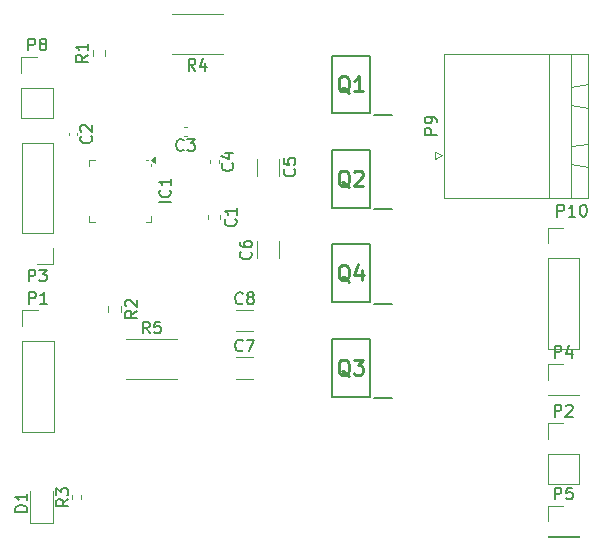
<source format=gbr>
%TF.GenerationSoftware,KiCad,Pcbnew,8.0.5*%
%TF.CreationDate,2024-10-31T12:59:41-07:00*%
%TF.ProjectId,team6_pcb,7465616d-365f-4706-9362-2e6b69636164,rev?*%
%TF.SameCoordinates,Original*%
%TF.FileFunction,Legend,Top*%
%TF.FilePolarity,Positive*%
%FSLAX46Y46*%
G04 Gerber Fmt 4.6, Leading zero omitted, Abs format (unit mm)*
G04 Created by KiCad (PCBNEW 8.0.5) date 2024-10-31 12:59:41*
%MOMM*%
%LPD*%
G01*
G04 APERTURE LIST*
%ADD10C,0.150000*%
%ADD11C,0.254000*%
%ADD12C,0.120000*%
%ADD13C,0.200000*%
G04 APERTURE END LIST*
D10*
X109066069Y-114114166D02*
X108589878Y-114447499D01*
X109066069Y-114685594D02*
X108066069Y-114685594D01*
X108066069Y-114685594D02*
X108066069Y-114304642D01*
X108066069Y-114304642D02*
X108113688Y-114209404D01*
X108113688Y-114209404D02*
X108161307Y-114161785D01*
X108161307Y-114161785D02*
X108256545Y-114114166D01*
X108256545Y-114114166D02*
X108399402Y-114114166D01*
X108399402Y-114114166D02*
X108494640Y-114161785D01*
X108494640Y-114161785D02*
X108542259Y-114209404D01*
X108542259Y-114209404D02*
X108589878Y-114304642D01*
X108589878Y-114304642D02*
X108589878Y-114685594D01*
X108066069Y-113780832D02*
X108066069Y-113161785D01*
X108066069Y-113161785D02*
X108447021Y-113495118D01*
X108447021Y-113495118D02*
X108447021Y-113352261D01*
X108447021Y-113352261D02*
X108494640Y-113257023D01*
X108494640Y-113257023D02*
X108542259Y-113209404D01*
X108542259Y-113209404D02*
X108637497Y-113161785D01*
X108637497Y-113161785D02*
X108875592Y-113161785D01*
X108875592Y-113161785D02*
X108970830Y-113209404D01*
X108970830Y-113209404D02*
X109018450Y-113257023D01*
X109018450Y-113257023D02*
X109066069Y-113352261D01*
X109066069Y-113352261D02*
X109066069Y-113637975D01*
X109066069Y-113637975D02*
X109018450Y-113733213D01*
X109018450Y-113733213D02*
X108970830Y-113780832D01*
X140254819Y-83238094D02*
X139254819Y-83238094D01*
X139254819Y-83238094D02*
X139254819Y-82857142D01*
X139254819Y-82857142D02*
X139302438Y-82761904D01*
X139302438Y-82761904D02*
X139350057Y-82714285D01*
X139350057Y-82714285D02*
X139445295Y-82666666D01*
X139445295Y-82666666D02*
X139588152Y-82666666D01*
X139588152Y-82666666D02*
X139683390Y-82714285D01*
X139683390Y-82714285D02*
X139731009Y-82761904D01*
X139731009Y-82761904D02*
X139778628Y-82857142D01*
X139778628Y-82857142D02*
X139778628Y-83238094D01*
X140254819Y-82190475D02*
X140254819Y-81999999D01*
X140254819Y-81999999D02*
X140207200Y-81904761D01*
X140207200Y-81904761D02*
X140159580Y-81857142D01*
X140159580Y-81857142D02*
X140016723Y-81761904D01*
X140016723Y-81761904D02*
X139826247Y-81714285D01*
X139826247Y-81714285D02*
X139445295Y-81714285D01*
X139445295Y-81714285D02*
X139350057Y-81761904D01*
X139350057Y-81761904D02*
X139302438Y-81809523D01*
X139302438Y-81809523D02*
X139254819Y-81904761D01*
X139254819Y-81904761D02*
X139254819Y-82095237D01*
X139254819Y-82095237D02*
X139302438Y-82190475D01*
X139302438Y-82190475D02*
X139350057Y-82238094D01*
X139350057Y-82238094D02*
X139445295Y-82285713D01*
X139445295Y-82285713D02*
X139683390Y-82285713D01*
X139683390Y-82285713D02*
X139778628Y-82238094D01*
X139778628Y-82238094D02*
X139826247Y-82190475D01*
X139826247Y-82190475D02*
X139873866Y-82095237D01*
X139873866Y-82095237D02*
X139873866Y-81904761D01*
X139873866Y-81904761D02*
X139826247Y-81809523D01*
X139826247Y-81809523D02*
X139778628Y-81761904D01*
X139778628Y-81761904D02*
X139683390Y-81714285D01*
X123833333Y-97509580D02*
X123785714Y-97557200D01*
X123785714Y-97557200D02*
X123642857Y-97604819D01*
X123642857Y-97604819D02*
X123547619Y-97604819D01*
X123547619Y-97604819D02*
X123404762Y-97557200D01*
X123404762Y-97557200D02*
X123309524Y-97461961D01*
X123309524Y-97461961D02*
X123261905Y-97366723D01*
X123261905Y-97366723D02*
X123214286Y-97176247D01*
X123214286Y-97176247D02*
X123214286Y-97033390D01*
X123214286Y-97033390D02*
X123261905Y-96842914D01*
X123261905Y-96842914D02*
X123309524Y-96747676D01*
X123309524Y-96747676D02*
X123404762Y-96652438D01*
X123404762Y-96652438D02*
X123547619Y-96604819D01*
X123547619Y-96604819D02*
X123642857Y-96604819D01*
X123642857Y-96604819D02*
X123785714Y-96652438D01*
X123785714Y-96652438D02*
X123833333Y-96700057D01*
X124404762Y-97033390D02*
X124309524Y-96985771D01*
X124309524Y-96985771D02*
X124261905Y-96938152D01*
X124261905Y-96938152D02*
X124214286Y-96842914D01*
X124214286Y-96842914D02*
X124214286Y-96795295D01*
X124214286Y-96795295D02*
X124261905Y-96700057D01*
X124261905Y-96700057D02*
X124309524Y-96652438D01*
X124309524Y-96652438D02*
X124404762Y-96604819D01*
X124404762Y-96604819D02*
X124595238Y-96604819D01*
X124595238Y-96604819D02*
X124690476Y-96652438D01*
X124690476Y-96652438D02*
X124738095Y-96700057D01*
X124738095Y-96700057D02*
X124785714Y-96795295D01*
X124785714Y-96795295D02*
X124785714Y-96842914D01*
X124785714Y-96842914D02*
X124738095Y-96938152D01*
X124738095Y-96938152D02*
X124690476Y-96985771D01*
X124690476Y-96985771D02*
X124595238Y-97033390D01*
X124595238Y-97033390D02*
X124404762Y-97033390D01*
X124404762Y-97033390D02*
X124309524Y-97081009D01*
X124309524Y-97081009D02*
X124261905Y-97128628D01*
X124261905Y-97128628D02*
X124214286Y-97223866D01*
X124214286Y-97223866D02*
X124214286Y-97414342D01*
X124214286Y-97414342D02*
X124261905Y-97509580D01*
X124261905Y-97509580D02*
X124309524Y-97557200D01*
X124309524Y-97557200D02*
X124404762Y-97604819D01*
X124404762Y-97604819D02*
X124595238Y-97604819D01*
X124595238Y-97604819D02*
X124690476Y-97557200D01*
X124690476Y-97557200D02*
X124738095Y-97509580D01*
X124738095Y-97509580D02*
X124785714Y-97414342D01*
X124785714Y-97414342D02*
X124785714Y-97223866D01*
X124785714Y-97223866D02*
X124738095Y-97128628D01*
X124738095Y-97128628D02*
X124690476Y-97081009D01*
X124690476Y-97081009D02*
X124595238Y-97033390D01*
D11*
X132879047Y-103695270D02*
X132758095Y-103634794D01*
X132758095Y-103634794D02*
X132637142Y-103513842D01*
X132637142Y-103513842D02*
X132455714Y-103332413D01*
X132455714Y-103332413D02*
X132334761Y-103271937D01*
X132334761Y-103271937D02*
X132213809Y-103271937D01*
X132274285Y-103574318D02*
X132153333Y-103513842D01*
X132153333Y-103513842D02*
X132032380Y-103392889D01*
X132032380Y-103392889D02*
X131971904Y-103150984D01*
X131971904Y-103150984D02*
X131971904Y-102727651D01*
X131971904Y-102727651D02*
X132032380Y-102485746D01*
X132032380Y-102485746D02*
X132153333Y-102364794D01*
X132153333Y-102364794D02*
X132274285Y-102304318D01*
X132274285Y-102304318D02*
X132516190Y-102304318D01*
X132516190Y-102304318D02*
X132637142Y-102364794D01*
X132637142Y-102364794D02*
X132758095Y-102485746D01*
X132758095Y-102485746D02*
X132818571Y-102727651D01*
X132818571Y-102727651D02*
X132818571Y-103150984D01*
X132818571Y-103150984D02*
X132758095Y-103392889D01*
X132758095Y-103392889D02*
X132637142Y-103513842D01*
X132637142Y-103513842D02*
X132516190Y-103574318D01*
X132516190Y-103574318D02*
X132274285Y-103574318D01*
X133241904Y-102304318D02*
X134028095Y-102304318D01*
X134028095Y-102304318D02*
X133604761Y-102788127D01*
X133604761Y-102788127D02*
X133786190Y-102788127D01*
X133786190Y-102788127D02*
X133907142Y-102848603D01*
X133907142Y-102848603D02*
X133967618Y-102909080D01*
X133967618Y-102909080D02*
X134028095Y-103030032D01*
X134028095Y-103030032D02*
X134028095Y-103332413D01*
X134028095Y-103332413D02*
X133967618Y-103453365D01*
X133967618Y-103453365D02*
X133907142Y-103513842D01*
X133907142Y-103513842D02*
X133786190Y-103574318D01*
X133786190Y-103574318D02*
X133423333Y-103574318D01*
X133423333Y-103574318D02*
X133302380Y-103513842D01*
X133302380Y-103513842D02*
X133241904Y-103453365D01*
D10*
X115958333Y-100084819D02*
X115625000Y-99608628D01*
X115386905Y-100084819D02*
X115386905Y-99084819D01*
X115386905Y-99084819D02*
X115767857Y-99084819D01*
X115767857Y-99084819D02*
X115863095Y-99132438D01*
X115863095Y-99132438D02*
X115910714Y-99180057D01*
X115910714Y-99180057D02*
X115958333Y-99275295D01*
X115958333Y-99275295D02*
X115958333Y-99418152D01*
X115958333Y-99418152D02*
X115910714Y-99513390D01*
X115910714Y-99513390D02*
X115863095Y-99561009D01*
X115863095Y-99561009D02*
X115767857Y-99608628D01*
X115767857Y-99608628D02*
X115386905Y-99608628D01*
X116863095Y-99084819D02*
X116386905Y-99084819D01*
X116386905Y-99084819D02*
X116339286Y-99561009D01*
X116339286Y-99561009D02*
X116386905Y-99513390D01*
X116386905Y-99513390D02*
X116482143Y-99465771D01*
X116482143Y-99465771D02*
X116720238Y-99465771D01*
X116720238Y-99465771D02*
X116815476Y-99513390D01*
X116815476Y-99513390D02*
X116863095Y-99561009D01*
X116863095Y-99561009D02*
X116910714Y-99656247D01*
X116910714Y-99656247D02*
X116910714Y-99894342D01*
X116910714Y-99894342D02*
X116863095Y-99989580D01*
X116863095Y-99989580D02*
X116815476Y-100037200D01*
X116815476Y-100037200D02*
X116720238Y-100084819D01*
X116720238Y-100084819D02*
X116482143Y-100084819D01*
X116482143Y-100084819D02*
X116386905Y-100037200D01*
X116386905Y-100037200D02*
X116339286Y-99989580D01*
X105699405Y-76124819D02*
X105699405Y-75124819D01*
X105699405Y-75124819D02*
X106080357Y-75124819D01*
X106080357Y-75124819D02*
X106175595Y-75172438D01*
X106175595Y-75172438D02*
X106223214Y-75220057D01*
X106223214Y-75220057D02*
X106270833Y-75315295D01*
X106270833Y-75315295D02*
X106270833Y-75458152D01*
X106270833Y-75458152D02*
X106223214Y-75553390D01*
X106223214Y-75553390D02*
X106175595Y-75601009D01*
X106175595Y-75601009D02*
X106080357Y-75648628D01*
X106080357Y-75648628D02*
X105699405Y-75648628D01*
X106842262Y-75553390D02*
X106747024Y-75505771D01*
X106747024Y-75505771D02*
X106699405Y-75458152D01*
X106699405Y-75458152D02*
X106651786Y-75362914D01*
X106651786Y-75362914D02*
X106651786Y-75315295D01*
X106651786Y-75315295D02*
X106699405Y-75220057D01*
X106699405Y-75220057D02*
X106747024Y-75172438D01*
X106747024Y-75172438D02*
X106842262Y-75124819D01*
X106842262Y-75124819D02*
X107032738Y-75124819D01*
X107032738Y-75124819D02*
X107127976Y-75172438D01*
X107127976Y-75172438D02*
X107175595Y-75220057D01*
X107175595Y-75220057D02*
X107223214Y-75315295D01*
X107223214Y-75315295D02*
X107223214Y-75362914D01*
X107223214Y-75362914D02*
X107175595Y-75458152D01*
X107175595Y-75458152D02*
X107127976Y-75505771D01*
X107127976Y-75505771D02*
X107032738Y-75553390D01*
X107032738Y-75553390D02*
X106842262Y-75553390D01*
X106842262Y-75553390D02*
X106747024Y-75601009D01*
X106747024Y-75601009D02*
X106699405Y-75648628D01*
X106699405Y-75648628D02*
X106651786Y-75743866D01*
X106651786Y-75743866D02*
X106651786Y-75934342D01*
X106651786Y-75934342D02*
X106699405Y-76029580D01*
X106699405Y-76029580D02*
X106747024Y-76077200D01*
X106747024Y-76077200D02*
X106842262Y-76124819D01*
X106842262Y-76124819D02*
X107032738Y-76124819D01*
X107032738Y-76124819D02*
X107127976Y-76077200D01*
X107127976Y-76077200D02*
X107175595Y-76029580D01*
X107175595Y-76029580D02*
X107223214Y-75934342D01*
X107223214Y-75934342D02*
X107223214Y-75743866D01*
X107223214Y-75743866D02*
X107175595Y-75648628D01*
X107175595Y-75648628D02*
X107127976Y-75601009D01*
X107127976Y-75601009D02*
X107032738Y-75553390D01*
D11*
X132879047Y-95695270D02*
X132758095Y-95634794D01*
X132758095Y-95634794D02*
X132637142Y-95513842D01*
X132637142Y-95513842D02*
X132455714Y-95332413D01*
X132455714Y-95332413D02*
X132334761Y-95271937D01*
X132334761Y-95271937D02*
X132213809Y-95271937D01*
X132274285Y-95574318D02*
X132153333Y-95513842D01*
X132153333Y-95513842D02*
X132032380Y-95392889D01*
X132032380Y-95392889D02*
X131971904Y-95150984D01*
X131971904Y-95150984D02*
X131971904Y-94727651D01*
X131971904Y-94727651D02*
X132032380Y-94485746D01*
X132032380Y-94485746D02*
X132153333Y-94364794D01*
X132153333Y-94364794D02*
X132274285Y-94304318D01*
X132274285Y-94304318D02*
X132516190Y-94304318D01*
X132516190Y-94304318D02*
X132637142Y-94364794D01*
X132637142Y-94364794D02*
X132758095Y-94485746D01*
X132758095Y-94485746D02*
X132818571Y-94727651D01*
X132818571Y-94727651D02*
X132818571Y-95150984D01*
X132818571Y-95150984D02*
X132758095Y-95392889D01*
X132758095Y-95392889D02*
X132637142Y-95513842D01*
X132637142Y-95513842D02*
X132516190Y-95574318D01*
X132516190Y-95574318D02*
X132274285Y-95574318D01*
X133907142Y-94727651D02*
X133907142Y-95574318D01*
X133604761Y-94243842D02*
X133302380Y-95150984D01*
X133302380Y-95150984D02*
X134088571Y-95150984D01*
X132879047Y-79695270D02*
X132758095Y-79634794D01*
X132758095Y-79634794D02*
X132637142Y-79513842D01*
X132637142Y-79513842D02*
X132455714Y-79332413D01*
X132455714Y-79332413D02*
X132334761Y-79271937D01*
X132334761Y-79271937D02*
X132213809Y-79271937D01*
X132274285Y-79574318D02*
X132153333Y-79513842D01*
X132153333Y-79513842D02*
X132032380Y-79392889D01*
X132032380Y-79392889D02*
X131971904Y-79150984D01*
X131971904Y-79150984D02*
X131971904Y-78727651D01*
X131971904Y-78727651D02*
X132032380Y-78485746D01*
X132032380Y-78485746D02*
X132153333Y-78364794D01*
X132153333Y-78364794D02*
X132274285Y-78304318D01*
X132274285Y-78304318D02*
X132516190Y-78304318D01*
X132516190Y-78304318D02*
X132637142Y-78364794D01*
X132637142Y-78364794D02*
X132758095Y-78485746D01*
X132758095Y-78485746D02*
X132818571Y-78727651D01*
X132818571Y-78727651D02*
X132818571Y-79150984D01*
X132818571Y-79150984D02*
X132758095Y-79392889D01*
X132758095Y-79392889D02*
X132637142Y-79513842D01*
X132637142Y-79513842D02*
X132516190Y-79574318D01*
X132516190Y-79574318D02*
X132274285Y-79574318D01*
X134028095Y-79574318D02*
X133302380Y-79574318D01*
X133665237Y-79574318D02*
X133665237Y-78304318D01*
X133665237Y-78304318D02*
X133544285Y-78485746D01*
X133544285Y-78485746D02*
X133423333Y-78606699D01*
X133423333Y-78606699D02*
X133302380Y-78667175D01*
D10*
X150261905Y-107124819D02*
X150261905Y-106124819D01*
X150261905Y-106124819D02*
X150642857Y-106124819D01*
X150642857Y-106124819D02*
X150738095Y-106172438D01*
X150738095Y-106172438D02*
X150785714Y-106220057D01*
X150785714Y-106220057D02*
X150833333Y-106315295D01*
X150833333Y-106315295D02*
X150833333Y-106458152D01*
X150833333Y-106458152D02*
X150785714Y-106553390D01*
X150785714Y-106553390D02*
X150738095Y-106601009D01*
X150738095Y-106601009D02*
X150642857Y-106648628D01*
X150642857Y-106648628D02*
X150261905Y-106648628D01*
X151214286Y-106220057D02*
X151261905Y-106172438D01*
X151261905Y-106172438D02*
X151357143Y-106124819D01*
X151357143Y-106124819D02*
X151595238Y-106124819D01*
X151595238Y-106124819D02*
X151690476Y-106172438D01*
X151690476Y-106172438D02*
X151738095Y-106220057D01*
X151738095Y-106220057D02*
X151785714Y-106315295D01*
X151785714Y-106315295D02*
X151785714Y-106410533D01*
X151785714Y-106410533D02*
X151738095Y-106553390D01*
X151738095Y-106553390D02*
X151166667Y-107124819D01*
X151166667Y-107124819D02*
X151785714Y-107124819D01*
X105586069Y-115175594D02*
X104586069Y-115175594D01*
X104586069Y-115175594D02*
X104586069Y-114937499D01*
X104586069Y-114937499D02*
X104633688Y-114794642D01*
X104633688Y-114794642D02*
X104728926Y-114699404D01*
X104728926Y-114699404D02*
X104824164Y-114651785D01*
X104824164Y-114651785D02*
X105014640Y-114604166D01*
X105014640Y-114604166D02*
X105157497Y-114604166D01*
X105157497Y-114604166D02*
X105347973Y-114651785D01*
X105347973Y-114651785D02*
X105443211Y-114699404D01*
X105443211Y-114699404D02*
X105538450Y-114794642D01*
X105538450Y-114794642D02*
X105586069Y-114937499D01*
X105586069Y-114937499D02*
X105586069Y-115175594D01*
X105586069Y-113651785D02*
X105586069Y-114223213D01*
X105586069Y-113937499D02*
X104586069Y-113937499D01*
X104586069Y-113937499D02*
X104728926Y-114032737D01*
X104728926Y-114032737D02*
X104824164Y-114127975D01*
X104824164Y-114127975D02*
X104871783Y-114223213D01*
X124509580Y-93166666D02*
X124557200Y-93214285D01*
X124557200Y-93214285D02*
X124604819Y-93357142D01*
X124604819Y-93357142D02*
X124604819Y-93452380D01*
X124604819Y-93452380D02*
X124557200Y-93595237D01*
X124557200Y-93595237D02*
X124461961Y-93690475D01*
X124461961Y-93690475D02*
X124366723Y-93738094D01*
X124366723Y-93738094D02*
X124176247Y-93785713D01*
X124176247Y-93785713D02*
X124033390Y-93785713D01*
X124033390Y-93785713D02*
X123842914Y-93738094D01*
X123842914Y-93738094D02*
X123747676Y-93690475D01*
X123747676Y-93690475D02*
X123652438Y-93595237D01*
X123652438Y-93595237D02*
X123604819Y-93452380D01*
X123604819Y-93452380D02*
X123604819Y-93357142D01*
X123604819Y-93357142D02*
X123652438Y-93214285D01*
X123652438Y-93214285D02*
X123700057Y-93166666D01*
X123604819Y-92309523D02*
X123604819Y-92499999D01*
X123604819Y-92499999D02*
X123652438Y-92595237D01*
X123652438Y-92595237D02*
X123700057Y-92642856D01*
X123700057Y-92642856D02*
X123842914Y-92738094D01*
X123842914Y-92738094D02*
X124033390Y-92785713D01*
X124033390Y-92785713D02*
X124414342Y-92785713D01*
X124414342Y-92785713D02*
X124509580Y-92738094D01*
X124509580Y-92738094D02*
X124557200Y-92690475D01*
X124557200Y-92690475D02*
X124604819Y-92595237D01*
X124604819Y-92595237D02*
X124604819Y-92404761D01*
X124604819Y-92404761D02*
X124557200Y-92309523D01*
X124557200Y-92309523D02*
X124509580Y-92261904D01*
X124509580Y-92261904D02*
X124414342Y-92214285D01*
X124414342Y-92214285D02*
X124176247Y-92214285D01*
X124176247Y-92214285D02*
X124081009Y-92261904D01*
X124081009Y-92261904D02*
X124033390Y-92309523D01*
X124033390Y-92309523D02*
X123985771Y-92404761D01*
X123985771Y-92404761D02*
X123985771Y-92595237D01*
X123985771Y-92595237D02*
X124033390Y-92690475D01*
X124033390Y-92690475D02*
X124081009Y-92738094D01*
X124081009Y-92738094D02*
X124176247Y-92785713D01*
X110993580Y-83377066D02*
X111041200Y-83424685D01*
X111041200Y-83424685D02*
X111088819Y-83567542D01*
X111088819Y-83567542D02*
X111088819Y-83662780D01*
X111088819Y-83662780D02*
X111041200Y-83805637D01*
X111041200Y-83805637D02*
X110945961Y-83900875D01*
X110945961Y-83900875D02*
X110850723Y-83948494D01*
X110850723Y-83948494D02*
X110660247Y-83996113D01*
X110660247Y-83996113D02*
X110517390Y-83996113D01*
X110517390Y-83996113D02*
X110326914Y-83948494D01*
X110326914Y-83948494D02*
X110231676Y-83900875D01*
X110231676Y-83900875D02*
X110136438Y-83805637D01*
X110136438Y-83805637D02*
X110088819Y-83662780D01*
X110088819Y-83662780D02*
X110088819Y-83567542D01*
X110088819Y-83567542D02*
X110136438Y-83424685D01*
X110136438Y-83424685D02*
X110184057Y-83377066D01*
X110184057Y-82996113D02*
X110136438Y-82948494D01*
X110136438Y-82948494D02*
X110088819Y-82853256D01*
X110088819Y-82853256D02*
X110088819Y-82615161D01*
X110088819Y-82615161D02*
X110136438Y-82519923D01*
X110136438Y-82519923D02*
X110184057Y-82472304D01*
X110184057Y-82472304D02*
X110279295Y-82424685D01*
X110279295Y-82424685D02*
X110374533Y-82424685D01*
X110374533Y-82424685D02*
X110517390Y-82472304D01*
X110517390Y-82472304D02*
X111088819Y-83043732D01*
X111088819Y-83043732D02*
X111088819Y-82424685D01*
X105713305Y-95672619D02*
X105713305Y-94672619D01*
X105713305Y-94672619D02*
X106094257Y-94672619D01*
X106094257Y-94672619D02*
X106189495Y-94720238D01*
X106189495Y-94720238D02*
X106237114Y-94767857D01*
X106237114Y-94767857D02*
X106284733Y-94863095D01*
X106284733Y-94863095D02*
X106284733Y-95005952D01*
X106284733Y-95005952D02*
X106237114Y-95101190D01*
X106237114Y-95101190D02*
X106189495Y-95148809D01*
X106189495Y-95148809D02*
X106094257Y-95196428D01*
X106094257Y-95196428D02*
X105713305Y-95196428D01*
X106618067Y-94672619D02*
X107237114Y-94672619D01*
X107237114Y-94672619D02*
X106903781Y-95053571D01*
X106903781Y-95053571D02*
X107046638Y-95053571D01*
X107046638Y-95053571D02*
X107141876Y-95101190D01*
X107141876Y-95101190D02*
X107189495Y-95148809D01*
X107189495Y-95148809D02*
X107237114Y-95244047D01*
X107237114Y-95244047D02*
X107237114Y-95482142D01*
X107237114Y-95482142D02*
X107189495Y-95577380D01*
X107189495Y-95577380D02*
X107141876Y-95625000D01*
X107141876Y-95625000D02*
X107046638Y-95672619D01*
X107046638Y-95672619D02*
X106760924Y-95672619D01*
X106760924Y-95672619D02*
X106665686Y-95625000D01*
X106665686Y-95625000D02*
X106618067Y-95577380D01*
X122957080Y-85686666D02*
X123004700Y-85734285D01*
X123004700Y-85734285D02*
X123052319Y-85877142D01*
X123052319Y-85877142D02*
X123052319Y-85972380D01*
X123052319Y-85972380D02*
X123004700Y-86115237D01*
X123004700Y-86115237D02*
X122909461Y-86210475D01*
X122909461Y-86210475D02*
X122814223Y-86258094D01*
X122814223Y-86258094D02*
X122623747Y-86305713D01*
X122623747Y-86305713D02*
X122480890Y-86305713D01*
X122480890Y-86305713D02*
X122290414Y-86258094D01*
X122290414Y-86258094D02*
X122195176Y-86210475D01*
X122195176Y-86210475D02*
X122099938Y-86115237D01*
X122099938Y-86115237D02*
X122052319Y-85972380D01*
X122052319Y-85972380D02*
X122052319Y-85877142D01*
X122052319Y-85877142D02*
X122099938Y-85734285D01*
X122099938Y-85734285D02*
X122147557Y-85686666D01*
X122385652Y-84829523D02*
X123052319Y-84829523D01*
X122004700Y-85067618D02*
X122718985Y-85305713D01*
X122718985Y-85305713D02*
X122718985Y-84686666D01*
X110708619Y-76493666D02*
X110232428Y-76826999D01*
X110708619Y-77065094D02*
X109708619Y-77065094D01*
X109708619Y-77065094D02*
X109708619Y-76684142D01*
X109708619Y-76684142D02*
X109756238Y-76588904D01*
X109756238Y-76588904D02*
X109803857Y-76541285D01*
X109803857Y-76541285D02*
X109899095Y-76493666D01*
X109899095Y-76493666D02*
X110041952Y-76493666D01*
X110041952Y-76493666D02*
X110137190Y-76541285D01*
X110137190Y-76541285D02*
X110184809Y-76588904D01*
X110184809Y-76588904D02*
X110232428Y-76684142D01*
X110232428Y-76684142D02*
X110232428Y-77065094D01*
X110708619Y-75541285D02*
X110708619Y-76112713D01*
X110708619Y-75826999D02*
X109708619Y-75826999D01*
X109708619Y-75826999D02*
X109851476Y-75922237D01*
X109851476Y-75922237D02*
X109946714Y-76017475D01*
X109946714Y-76017475D02*
X109994333Y-76112713D01*
X150485714Y-90184819D02*
X150485714Y-89184819D01*
X150485714Y-89184819D02*
X150866666Y-89184819D01*
X150866666Y-89184819D02*
X150961904Y-89232438D01*
X150961904Y-89232438D02*
X151009523Y-89280057D01*
X151009523Y-89280057D02*
X151057142Y-89375295D01*
X151057142Y-89375295D02*
X151057142Y-89518152D01*
X151057142Y-89518152D02*
X151009523Y-89613390D01*
X151009523Y-89613390D02*
X150961904Y-89661009D01*
X150961904Y-89661009D02*
X150866666Y-89708628D01*
X150866666Y-89708628D02*
X150485714Y-89708628D01*
X152009523Y-90184819D02*
X151438095Y-90184819D01*
X151723809Y-90184819D02*
X151723809Y-89184819D01*
X151723809Y-89184819D02*
X151628571Y-89327676D01*
X151628571Y-89327676D02*
X151533333Y-89422914D01*
X151533333Y-89422914D02*
X151438095Y-89470533D01*
X152628571Y-89184819D02*
X152723809Y-89184819D01*
X152723809Y-89184819D02*
X152819047Y-89232438D01*
X152819047Y-89232438D02*
X152866666Y-89280057D01*
X152866666Y-89280057D02*
X152914285Y-89375295D01*
X152914285Y-89375295D02*
X152961904Y-89565771D01*
X152961904Y-89565771D02*
X152961904Y-89803866D01*
X152961904Y-89803866D02*
X152914285Y-89994342D01*
X152914285Y-89994342D02*
X152866666Y-90089580D01*
X152866666Y-90089580D02*
X152819047Y-90137200D01*
X152819047Y-90137200D02*
X152723809Y-90184819D01*
X152723809Y-90184819D02*
X152628571Y-90184819D01*
X152628571Y-90184819D02*
X152533333Y-90137200D01*
X152533333Y-90137200D02*
X152485714Y-90089580D01*
X152485714Y-90089580D02*
X152438095Y-89994342D01*
X152438095Y-89994342D02*
X152390476Y-89803866D01*
X152390476Y-89803866D02*
X152390476Y-89565771D01*
X152390476Y-89565771D02*
X152438095Y-89375295D01*
X152438095Y-89375295D02*
X152485714Y-89280057D01*
X152485714Y-89280057D02*
X152533333Y-89232438D01*
X152533333Y-89232438D02*
X152628571Y-89184819D01*
X150261905Y-114124819D02*
X150261905Y-113124819D01*
X150261905Y-113124819D02*
X150642857Y-113124819D01*
X150642857Y-113124819D02*
X150738095Y-113172438D01*
X150738095Y-113172438D02*
X150785714Y-113220057D01*
X150785714Y-113220057D02*
X150833333Y-113315295D01*
X150833333Y-113315295D02*
X150833333Y-113458152D01*
X150833333Y-113458152D02*
X150785714Y-113553390D01*
X150785714Y-113553390D02*
X150738095Y-113601009D01*
X150738095Y-113601009D02*
X150642857Y-113648628D01*
X150642857Y-113648628D02*
X150261905Y-113648628D01*
X151738095Y-113124819D02*
X151261905Y-113124819D01*
X151261905Y-113124819D02*
X151214286Y-113601009D01*
X151214286Y-113601009D02*
X151261905Y-113553390D01*
X151261905Y-113553390D02*
X151357143Y-113505771D01*
X151357143Y-113505771D02*
X151595238Y-113505771D01*
X151595238Y-113505771D02*
X151690476Y-113553390D01*
X151690476Y-113553390D02*
X151738095Y-113601009D01*
X151738095Y-113601009D02*
X151785714Y-113696247D01*
X151785714Y-113696247D02*
X151785714Y-113934342D01*
X151785714Y-113934342D02*
X151738095Y-114029580D01*
X151738095Y-114029580D02*
X151690476Y-114077200D01*
X151690476Y-114077200D02*
X151595238Y-114124819D01*
X151595238Y-114124819D02*
X151357143Y-114124819D01*
X151357143Y-114124819D02*
X151261905Y-114077200D01*
X151261905Y-114077200D02*
X151214286Y-114029580D01*
X118833333Y-84519580D02*
X118785714Y-84567200D01*
X118785714Y-84567200D02*
X118642857Y-84614819D01*
X118642857Y-84614819D02*
X118547619Y-84614819D01*
X118547619Y-84614819D02*
X118404762Y-84567200D01*
X118404762Y-84567200D02*
X118309524Y-84471961D01*
X118309524Y-84471961D02*
X118261905Y-84376723D01*
X118261905Y-84376723D02*
X118214286Y-84186247D01*
X118214286Y-84186247D02*
X118214286Y-84043390D01*
X118214286Y-84043390D02*
X118261905Y-83852914D01*
X118261905Y-83852914D02*
X118309524Y-83757676D01*
X118309524Y-83757676D02*
X118404762Y-83662438D01*
X118404762Y-83662438D02*
X118547619Y-83614819D01*
X118547619Y-83614819D02*
X118642857Y-83614819D01*
X118642857Y-83614819D02*
X118785714Y-83662438D01*
X118785714Y-83662438D02*
X118833333Y-83710057D01*
X119166667Y-83614819D02*
X119785714Y-83614819D01*
X119785714Y-83614819D02*
X119452381Y-83995771D01*
X119452381Y-83995771D02*
X119595238Y-83995771D01*
X119595238Y-83995771D02*
X119690476Y-84043390D01*
X119690476Y-84043390D02*
X119738095Y-84091009D01*
X119738095Y-84091009D02*
X119785714Y-84186247D01*
X119785714Y-84186247D02*
X119785714Y-84424342D01*
X119785714Y-84424342D02*
X119738095Y-84519580D01*
X119738095Y-84519580D02*
X119690476Y-84567200D01*
X119690476Y-84567200D02*
X119595238Y-84614819D01*
X119595238Y-84614819D02*
X119309524Y-84614819D01*
X119309524Y-84614819D02*
X119214286Y-84567200D01*
X119214286Y-84567200D02*
X119166667Y-84519580D01*
X123227080Y-90391666D02*
X123274700Y-90439285D01*
X123274700Y-90439285D02*
X123322319Y-90582142D01*
X123322319Y-90582142D02*
X123322319Y-90677380D01*
X123322319Y-90677380D02*
X123274700Y-90820237D01*
X123274700Y-90820237D02*
X123179461Y-90915475D01*
X123179461Y-90915475D02*
X123084223Y-90963094D01*
X123084223Y-90963094D02*
X122893747Y-91010713D01*
X122893747Y-91010713D02*
X122750890Y-91010713D01*
X122750890Y-91010713D02*
X122560414Y-90963094D01*
X122560414Y-90963094D02*
X122465176Y-90915475D01*
X122465176Y-90915475D02*
X122369938Y-90820237D01*
X122369938Y-90820237D02*
X122322319Y-90677380D01*
X122322319Y-90677380D02*
X122322319Y-90582142D01*
X122322319Y-90582142D02*
X122369938Y-90439285D01*
X122369938Y-90439285D02*
X122417557Y-90391666D01*
X123322319Y-89439285D02*
X123322319Y-90010713D01*
X123322319Y-89724999D02*
X122322319Y-89724999D01*
X122322319Y-89724999D02*
X122465176Y-89820237D01*
X122465176Y-89820237D02*
X122560414Y-89915475D01*
X122560414Y-89915475D02*
X122608033Y-90010713D01*
X123833333Y-101509580D02*
X123785714Y-101557200D01*
X123785714Y-101557200D02*
X123642857Y-101604819D01*
X123642857Y-101604819D02*
X123547619Y-101604819D01*
X123547619Y-101604819D02*
X123404762Y-101557200D01*
X123404762Y-101557200D02*
X123309524Y-101461961D01*
X123309524Y-101461961D02*
X123261905Y-101366723D01*
X123261905Y-101366723D02*
X123214286Y-101176247D01*
X123214286Y-101176247D02*
X123214286Y-101033390D01*
X123214286Y-101033390D02*
X123261905Y-100842914D01*
X123261905Y-100842914D02*
X123309524Y-100747676D01*
X123309524Y-100747676D02*
X123404762Y-100652438D01*
X123404762Y-100652438D02*
X123547619Y-100604819D01*
X123547619Y-100604819D02*
X123642857Y-100604819D01*
X123642857Y-100604819D02*
X123785714Y-100652438D01*
X123785714Y-100652438D02*
X123833333Y-100700057D01*
X124166667Y-100604819D02*
X124833333Y-100604819D01*
X124833333Y-100604819D02*
X124404762Y-101604819D01*
X150261905Y-102124819D02*
X150261905Y-101124819D01*
X150261905Y-101124819D02*
X150642857Y-101124819D01*
X150642857Y-101124819D02*
X150738095Y-101172438D01*
X150738095Y-101172438D02*
X150785714Y-101220057D01*
X150785714Y-101220057D02*
X150833333Y-101315295D01*
X150833333Y-101315295D02*
X150833333Y-101458152D01*
X150833333Y-101458152D02*
X150785714Y-101553390D01*
X150785714Y-101553390D02*
X150738095Y-101601009D01*
X150738095Y-101601009D02*
X150642857Y-101648628D01*
X150642857Y-101648628D02*
X150261905Y-101648628D01*
X151690476Y-101458152D02*
X151690476Y-102124819D01*
X151452381Y-101077200D02*
X151214286Y-101791485D01*
X151214286Y-101791485D02*
X151833333Y-101791485D01*
X128209580Y-86166666D02*
X128257200Y-86214285D01*
X128257200Y-86214285D02*
X128304819Y-86357142D01*
X128304819Y-86357142D02*
X128304819Y-86452380D01*
X128304819Y-86452380D02*
X128257200Y-86595237D01*
X128257200Y-86595237D02*
X128161961Y-86690475D01*
X128161961Y-86690475D02*
X128066723Y-86738094D01*
X128066723Y-86738094D02*
X127876247Y-86785713D01*
X127876247Y-86785713D02*
X127733390Y-86785713D01*
X127733390Y-86785713D02*
X127542914Y-86738094D01*
X127542914Y-86738094D02*
X127447676Y-86690475D01*
X127447676Y-86690475D02*
X127352438Y-86595237D01*
X127352438Y-86595237D02*
X127304819Y-86452380D01*
X127304819Y-86452380D02*
X127304819Y-86357142D01*
X127304819Y-86357142D02*
X127352438Y-86214285D01*
X127352438Y-86214285D02*
X127400057Y-86166666D01*
X127304819Y-85261904D02*
X127304819Y-85738094D01*
X127304819Y-85738094D02*
X127781009Y-85785713D01*
X127781009Y-85785713D02*
X127733390Y-85738094D01*
X127733390Y-85738094D02*
X127685771Y-85642856D01*
X127685771Y-85642856D02*
X127685771Y-85404761D01*
X127685771Y-85404761D02*
X127733390Y-85309523D01*
X127733390Y-85309523D02*
X127781009Y-85261904D01*
X127781009Y-85261904D02*
X127876247Y-85214285D01*
X127876247Y-85214285D02*
X128114342Y-85214285D01*
X128114342Y-85214285D02*
X128209580Y-85261904D01*
X128209580Y-85261904D02*
X128257200Y-85309523D01*
X128257200Y-85309523D02*
X128304819Y-85404761D01*
X128304819Y-85404761D02*
X128304819Y-85642856D01*
X128304819Y-85642856D02*
X128257200Y-85738094D01*
X128257200Y-85738094D02*
X128209580Y-85785713D01*
X105761905Y-97574819D02*
X105761905Y-96574819D01*
X105761905Y-96574819D02*
X106142857Y-96574819D01*
X106142857Y-96574819D02*
X106238095Y-96622438D01*
X106238095Y-96622438D02*
X106285714Y-96670057D01*
X106285714Y-96670057D02*
X106333333Y-96765295D01*
X106333333Y-96765295D02*
X106333333Y-96908152D01*
X106333333Y-96908152D02*
X106285714Y-97003390D01*
X106285714Y-97003390D02*
X106238095Y-97051009D01*
X106238095Y-97051009D02*
X106142857Y-97098628D01*
X106142857Y-97098628D02*
X105761905Y-97098628D01*
X107285714Y-97574819D02*
X106714286Y-97574819D01*
X107000000Y-97574819D02*
X107000000Y-96574819D01*
X107000000Y-96574819D02*
X106904762Y-96717676D01*
X106904762Y-96717676D02*
X106809524Y-96812914D01*
X106809524Y-96812914D02*
X106714286Y-96860533D01*
X114884819Y-98166666D02*
X114408628Y-98499999D01*
X114884819Y-98738094D02*
X113884819Y-98738094D01*
X113884819Y-98738094D02*
X113884819Y-98357142D01*
X113884819Y-98357142D02*
X113932438Y-98261904D01*
X113932438Y-98261904D02*
X113980057Y-98214285D01*
X113980057Y-98214285D02*
X114075295Y-98166666D01*
X114075295Y-98166666D02*
X114218152Y-98166666D01*
X114218152Y-98166666D02*
X114313390Y-98214285D01*
X114313390Y-98214285D02*
X114361009Y-98261904D01*
X114361009Y-98261904D02*
X114408628Y-98357142D01*
X114408628Y-98357142D02*
X114408628Y-98738094D01*
X113980057Y-97785713D02*
X113932438Y-97738094D01*
X113932438Y-97738094D02*
X113884819Y-97642856D01*
X113884819Y-97642856D02*
X113884819Y-97404761D01*
X113884819Y-97404761D02*
X113932438Y-97309523D01*
X113932438Y-97309523D02*
X113980057Y-97261904D01*
X113980057Y-97261904D02*
X114075295Y-97214285D01*
X114075295Y-97214285D02*
X114170533Y-97214285D01*
X114170533Y-97214285D02*
X114313390Y-97261904D01*
X114313390Y-97261904D02*
X114884819Y-97833332D01*
X114884819Y-97833332D02*
X114884819Y-97214285D01*
X117764019Y-88979189D02*
X116764019Y-88979189D01*
X117668780Y-87931571D02*
X117716400Y-87979190D01*
X117716400Y-87979190D02*
X117764019Y-88122047D01*
X117764019Y-88122047D02*
X117764019Y-88217285D01*
X117764019Y-88217285D02*
X117716400Y-88360142D01*
X117716400Y-88360142D02*
X117621161Y-88455380D01*
X117621161Y-88455380D02*
X117525923Y-88502999D01*
X117525923Y-88502999D02*
X117335447Y-88550618D01*
X117335447Y-88550618D02*
X117192590Y-88550618D01*
X117192590Y-88550618D02*
X117002114Y-88502999D01*
X117002114Y-88502999D02*
X116906876Y-88455380D01*
X116906876Y-88455380D02*
X116811638Y-88360142D01*
X116811638Y-88360142D02*
X116764019Y-88217285D01*
X116764019Y-88217285D02*
X116764019Y-88122047D01*
X116764019Y-88122047D02*
X116811638Y-87979190D01*
X116811638Y-87979190D02*
X116859257Y-87931571D01*
X117764019Y-86979190D02*
X117764019Y-87550618D01*
X117764019Y-87264904D02*
X116764019Y-87264904D01*
X116764019Y-87264904D02*
X116906876Y-87360142D01*
X116906876Y-87360142D02*
X117002114Y-87455380D01*
X117002114Y-87455380D02*
X117049733Y-87550618D01*
D11*
X132879047Y-87695270D02*
X132758095Y-87634794D01*
X132758095Y-87634794D02*
X132637142Y-87513842D01*
X132637142Y-87513842D02*
X132455714Y-87332413D01*
X132455714Y-87332413D02*
X132334761Y-87271937D01*
X132334761Y-87271937D02*
X132213809Y-87271937D01*
X132274285Y-87574318D02*
X132153333Y-87513842D01*
X132153333Y-87513842D02*
X132032380Y-87392889D01*
X132032380Y-87392889D02*
X131971904Y-87150984D01*
X131971904Y-87150984D02*
X131971904Y-86727651D01*
X131971904Y-86727651D02*
X132032380Y-86485746D01*
X132032380Y-86485746D02*
X132153333Y-86364794D01*
X132153333Y-86364794D02*
X132274285Y-86304318D01*
X132274285Y-86304318D02*
X132516190Y-86304318D01*
X132516190Y-86304318D02*
X132637142Y-86364794D01*
X132637142Y-86364794D02*
X132758095Y-86485746D01*
X132758095Y-86485746D02*
X132818571Y-86727651D01*
X132818571Y-86727651D02*
X132818571Y-87150984D01*
X132818571Y-87150984D02*
X132758095Y-87392889D01*
X132758095Y-87392889D02*
X132637142Y-87513842D01*
X132637142Y-87513842D02*
X132516190Y-87574318D01*
X132516190Y-87574318D02*
X132274285Y-87574318D01*
X133302380Y-86425270D02*
X133362856Y-86364794D01*
X133362856Y-86364794D02*
X133483809Y-86304318D01*
X133483809Y-86304318D02*
X133786190Y-86304318D01*
X133786190Y-86304318D02*
X133907142Y-86364794D01*
X133907142Y-86364794D02*
X133967618Y-86425270D01*
X133967618Y-86425270D02*
X134028095Y-86546222D01*
X134028095Y-86546222D02*
X134028095Y-86667175D01*
X134028095Y-86667175D02*
X133967618Y-86848603D01*
X133967618Y-86848603D02*
X133241904Y-87574318D01*
X133241904Y-87574318D02*
X134028095Y-87574318D01*
D10*
X119833333Y-77824819D02*
X119500000Y-77348628D01*
X119261905Y-77824819D02*
X119261905Y-76824819D01*
X119261905Y-76824819D02*
X119642857Y-76824819D01*
X119642857Y-76824819D02*
X119738095Y-76872438D01*
X119738095Y-76872438D02*
X119785714Y-76920057D01*
X119785714Y-76920057D02*
X119833333Y-77015295D01*
X119833333Y-77015295D02*
X119833333Y-77158152D01*
X119833333Y-77158152D02*
X119785714Y-77253390D01*
X119785714Y-77253390D02*
X119738095Y-77301009D01*
X119738095Y-77301009D02*
X119642857Y-77348628D01*
X119642857Y-77348628D02*
X119261905Y-77348628D01*
X120690476Y-77158152D02*
X120690476Y-77824819D01*
X120452381Y-76777200D02*
X120214286Y-77491485D01*
X120214286Y-77491485D02*
X120833333Y-77491485D01*
D12*
%TO.C,R3*%
X109401250Y-114101141D02*
X109401250Y-113793859D01*
X110161250Y-114101141D02*
X110161250Y-113793859D01*
%TO.C,P9*%
X140090000Y-84700000D02*
X140690000Y-85000000D01*
X140090000Y-85300000D02*
X140090000Y-84700000D01*
X140690000Y-85000000D02*
X140090000Y-85300000D01*
X140890000Y-76390000D02*
X140890000Y-88610000D01*
X140890000Y-88610000D02*
X153110000Y-88610000D01*
X149810000Y-76390000D02*
X151610000Y-76390000D01*
X149810000Y-88610000D02*
X149810000Y-76390000D01*
X151610000Y-76390000D02*
X151610000Y-88610000D01*
X151610000Y-79250000D02*
X151610000Y-80750000D01*
X151610000Y-80750000D02*
X153110000Y-81000000D01*
X151610000Y-84250000D02*
X151610000Y-85750000D01*
X151610000Y-85750000D02*
X153110000Y-86000000D01*
X151610000Y-88610000D02*
X149810000Y-88610000D01*
X153110000Y-76390000D02*
X140890000Y-76390000D01*
X153110000Y-79000000D02*
X151610000Y-79250000D01*
X153110000Y-81000000D02*
X153110000Y-79000000D01*
X153110000Y-84000000D02*
X151610000Y-84250000D01*
X153110000Y-86000000D02*
X153110000Y-84000000D01*
X153110000Y-88610000D02*
X153110000Y-76390000D01*
%TO.C,C8*%
X123288748Y-98090000D02*
X124711252Y-98090000D01*
X123288748Y-99910000D02*
X124711252Y-99910000D01*
D13*
%TO.C,Q3*%
X131400000Y-100550000D02*
X134600000Y-100550000D01*
X131400000Y-105450000D02*
X131400000Y-100550000D01*
X134600000Y-100550000D02*
X134600000Y-105450000D01*
X134600000Y-105450000D02*
X131400000Y-105450000D01*
X136450000Y-105555000D02*
X134950000Y-105555000D01*
D12*
%TO.C,R5*%
X113947936Y-100540000D02*
X118302064Y-100540000D01*
X113947936Y-103960000D02*
X118302064Y-103960000D01*
%TO.C,P8*%
X105107500Y-76670000D02*
X106437500Y-76670000D01*
X105107500Y-78000000D02*
X105107500Y-76670000D01*
X105107500Y-79270000D02*
X105107500Y-81870000D01*
X105107500Y-79270000D02*
X107767500Y-79270000D01*
X105107500Y-81870000D02*
X107767500Y-81870000D01*
X107767500Y-79270000D02*
X107767500Y-81870000D01*
D13*
%TO.C,Q4*%
X131400000Y-92550000D02*
X134600000Y-92550000D01*
X131400000Y-97450000D02*
X131400000Y-92550000D01*
X134600000Y-92550000D02*
X134600000Y-97450000D01*
X134600000Y-97450000D02*
X131400000Y-97450000D01*
X136450000Y-97555000D02*
X134950000Y-97555000D01*
%TO.C,Q1*%
X131400000Y-76550000D02*
X134600000Y-76550000D01*
X131400000Y-81450000D02*
X131400000Y-76550000D01*
X134600000Y-76550000D02*
X134600000Y-81450000D01*
X134600000Y-81450000D02*
X131400000Y-81450000D01*
X136450000Y-81555000D02*
X134950000Y-81555000D01*
D12*
%TO.C,P2*%
X149670000Y-107670000D02*
X151000000Y-107670000D01*
X149670000Y-109000000D02*
X149670000Y-107670000D01*
X149670000Y-110270000D02*
X149670000Y-112870000D01*
X149670000Y-110270000D02*
X152330000Y-110270000D01*
X149670000Y-112870000D02*
X152330000Y-112870000D01*
X152330000Y-110270000D02*
X152330000Y-112870000D01*
%TO.C,D1*%
X105821250Y-113437500D02*
X105821250Y-116122500D01*
X105821250Y-116122500D02*
X107741250Y-116122500D01*
X107741250Y-116122500D02*
X107741250Y-113437500D01*
%TO.C,C6*%
X125090000Y-93711252D02*
X125090000Y-92288748D01*
X126910000Y-93711252D02*
X126910000Y-92288748D01*
%TO.C,C2*%
X109114000Y-83102564D02*
X109114000Y-83318236D01*
X109834000Y-83102564D02*
X109834000Y-83318236D01*
%TO.C,P3*%
X105121400Y-91617800D02*
X105121400Y-83937800D01*
X107781400Y-83937800D02*
X105121400Y-83937800D01*
X107781400Y-91617800D02*
X105121400Y-91617800D01*
X107781400Y-91617800D02*
X107781400Y-83937800D01*
X107781400Y-92887800D02*
X107781400Y-94217800D01*
X107781400Y-94217800D02*
X106451400Y-94217800D01*
%TO.C,C4*%
X121077500Y-85412164D02*
X121077500Y-85627836D01*
X121797500Y-85412164D02*
X121797500Y-85627836D01*
%TO.C,R1*%
X111161300Y-76564258D02*
X111161300Y-76089742D01*
X112206300Y-76564258D02*
X112206300Y-76089742D01*
%TO.C,P10*%
X149670000Y-91130000D02*
X151000000Y-91130000D01*
X149670000Y-92460000D02*
X149670000Y-91130000D01*
X149670000Y-93730000D02*
X149670000Y-101410000D01*
X149670000Y-93730000D02*
X152330000Y-93730000D01*
X149670000Y-101410000D02*
X152330000Y-101410000D01*
X152330000Y-93730000D02*
X152330000Y-101410000D01*
%TO.C,P5*%
X149670000Y-114670000D02*
X151000000Y-114670000D01*
X149670000Y-116000000D02*
X149670000Y-114670000D01*
X149670000Y-117270000D02*
X149670000Y-117330000D01*
X149670000Y-117270000D02*
X152330000Y-117270000D01*
X149670000Y-117330000D02*
X152330000Y-117330000D01*
X152330000Y-117270000D02*
X152330000Y-117330000D01*
%TO.C,C3*%
X119107836Y-82640000D02*
X118892164Y-82640000D01*
X119107836Y-83360000D02*
X118892164Y-83360000D01*
%TO.C,C1*%
X120927500Y-90084420D02*
X120927500Y-90365580D01*
X121947500Y-90084420D02*
X121947500Y-90365580D01*
%TO.C,C7*%
X123288748Y-102090000D02*
X124711252Y-102090000D01*
X123288748Y-103910000D02*
X124711252Y-103910000D01*
%TO.C,P4*%
X149670000Y-102670000D02*
X151000000Y-102670000D01*
X149670000Y-104000000D02*
X149670000Y-102670000D01*
X149670000Y-105270000D02*
X149670000Y-105330000D01*
X149670000Y-105270000D02*
X152330000Y-105270000D01*
X149670000Y-105330000D02*
X152330000Y-105330000D01*
X152330000Y-105270000D02*
X152330000Y-105330000D01*
%TO.C,C5*%
X125090000Y-85288748D02*
X125090000Y-86711252D01*
X126910000Y-85288748D02*
X126910000Y-86711252D01*
%TO.C,P1*%
X105170000Y-98120000D02*
X106500000Y-98120000D01*
X105170000Y-99450000D02*
X105170000Y-98120000D01*
X105170000Y-100720000D02*
X105170000Y-108400000D01*
X105170000Y-100720000D02*
X107830000Y-100720000D01*
X105170000Y-108400000D02*
X107830000Y-108400000D01*
X107830000Y-100720000D02*
X107830000Y-108400000D01*
%TO.C,R2*%
X112477500Y-97762742D02*
X112477500Y-98237258D01*
X113522500Y-97762742D02*
X113522500Y-98237258D01*
%TO.C,IC1*%
X110869200Y-85393000D02*
X111344200Y-85393000D01*
X110869200Y-85868000D02*
X110869200Y-85393000D01*
X110869200Y-90138000D02*
X110869200Y-90613000D01*
X110869200Y-90613000D02*
X111344200Y-90613000D01*
X115614200Y-85393000D02*
X115849200Y-85393000D01*
X116089200Y-85868000D02*
X116089200Y-85693000D01*
X116089200Y-90138000D02*
X116089200Y-90613000D01*
X116089200Y-90613000D02*
X115614200Y-90613000D01*
X116419200Y-85633000D02*
X116089200Y-85393000D01*
X116419200Y-85153000D01*
X116419200Y-85633000D01*
G36*
X116419200Y-85633000D02*
G01*
X116089200Y-85393000D01*
X116419200Y-85153000D01*
X116419200Y-85633000D01*
G37*
D13*
%TO.C,Q2*%
X131400000Y-84550000D02*
X134600000Y-84550000D01*
X131400000Y-89450000D02*
X131400000Y-84550000D01*
X134600000Y-84550000D02*
X134600000Y-89450000D01*
X134600000Y-89450000D02*
X131400000Y-89450000D01*
X136450000Y-89555000D02*
X134950000Y-89555000D01*
D12*
%TO.C,R4*%
X122177064Y-73040000D02*
X117822936Y-73040000D01*
X122177064Y-76460000D02*
X117822936Y-76460000D01*
%TD*%
M02*

</source>
